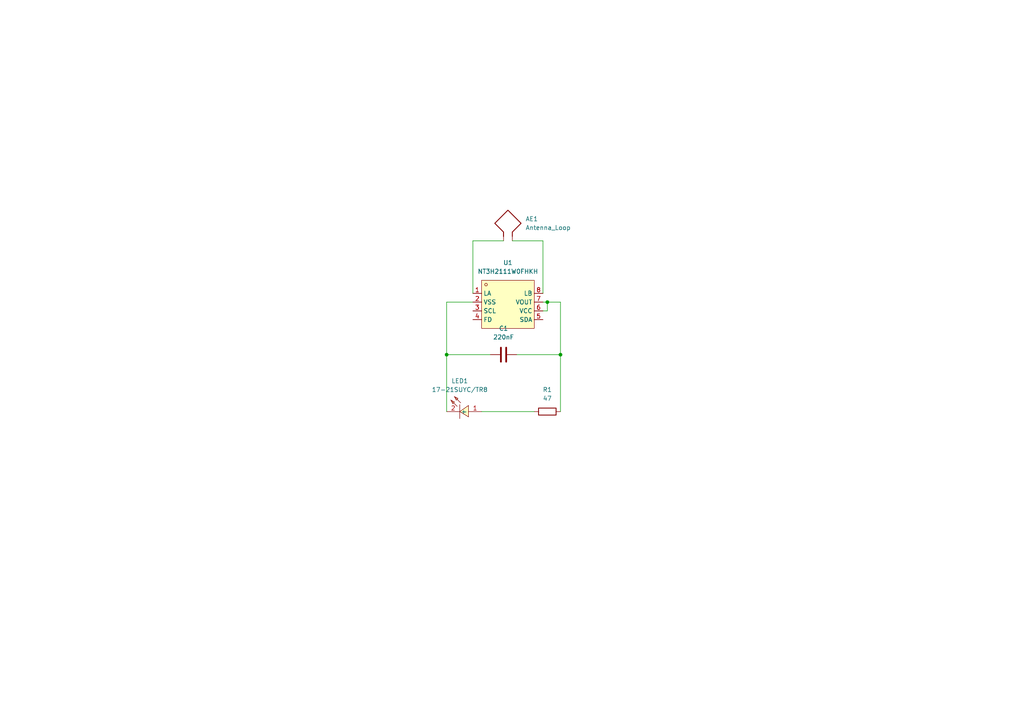
<source format=kicad_sch>
(kicad_sch (version 20231120) (generator "eeschema") (generator_version "8.0")
  (paper "A4")
  (lib_symbols
    (symbol "Device:Antenna_Loop" (pin_numbers hide) (pin_names (offset 1.016) hide)
      (property "Reference" "AE" (at 1.27 6.35 0))
      (property "Value" "Antenna_Loop" (at 1.27 5.08 0))
      (symbol "Antenna_Loop_0_1"
        (polyline (pts (xy 2.54 -3.81) (xy 2.54 -2.54) (xy 5.08 0) (xy 1.27 3.81) (xy -2.54 0) (xy 0 -2.54) (xy 0 -3.81)) (stroke (width 0.254)))
      )
      (symbol "Antenna_Loop_1_1"
        (pin input line (at 0 -5.08 90) (length 2.54) (name "~") (number "1"))
        (pin input line (at 2.54 -5.08 90) (length 2.54) (name "~") (number "2"))
      )
    )
    (symbol "Device:C" (pin_numbers hide) (pin_names (offset 0.254))
      (property "Reference" "C" (at 0.635 2.54 0))
      (property "Value" "C" (at 0.635 -2.54 0))
      (symbol "C_0_1"
        (polyline (pts (xy -2.032 -0.762) (xy 2.032 -0.762)) (stroke (width 0.508)))
        (polyline (pts (xy -2.032 0.762) (xy 2.032 0.762)) (stroke (width 0.508)))
      )
      (symbol "C_1_1"
        (pin passive line (at 0 3.81 270) (length 2.794) (name "~") (number "1"))
        (pin passive line (at 0 -3.81 90) (length 2.794) (name "~") (number "2"))
      )
    )
    (symbol "Device:R" (pin_numbers hide) (pin_names (offset 0))
      (property "Reference" "R" (at 2.032 0 90))
      (property "Value" "R" (at 0 0 90))
      (symbol "R_0_1"
        (rectangle (start -1.016 -2.54) (end 1.016 2.54) (stroke (width 0.254)))
      )
      (symbol "R_1_1"
        (pin passive line (at 0 3.81 270) (length 1.27) (name "~") (number "1"))
        (pin passive line (at 0 -3.81 90) (length 1.27) (name "~") (number "2"))
      )
    )
    (symbol "easyeda2kicad:17-21SUYC_TR8"
      (property "Reference" "LED" (at 0 5.08 0))
      (property "Value" "17-21SUYC/TR8" (at 0 -5.08 0))
      (symbol "17-21SUYC_TR8_0_1"
        (polyline (pts (xy -2.03 1.52) (xy -3.81 3.3)))
        (polyline (pts (xy -1.27 2.03) (xy -1.27 -2.03)))
        (polyline (pts (xy -1.02 2.54) (xy -2.79 4.32)))
        (polyline (pts (xy -3.81 3.3) (xy -2.79 2.79) (xy -3.3 2.29) (xy -3.81 3.3)) (fill (type background)))
        (polyline (pts (xy -2.79 4.32) (xy -1.78 3.81) (xy -2.29 3.3) (xy -2.79 4.32)) (fill (type background)))
        (polyline (pts (xy 1.27 -1.52) (xy -1.27 0) (xy 1.27 1.78) (xy 1.27 -1.52)) (fill (type background)))
        (pin unspecified line (at 5.08 0 180) (length 3.81) (name "+") (number "1"))
        (pin unspecified line (at -5.08 0 0) (length 3.81) (name "-") (number "2"))
      )
    )
    (symbol "easyeda2kicad:NT3H2111W0FHKH"
      (property "Reference" "U" (at 0 8.89 0))
      (property "Value" "NT3H2111W0FHKH" (at 0 -8.89 0))
      (symbol "NT3H2111W0FHKH_0_1"
        (rectangle (start -7.62 7.62) (end 7.62 -6.35) (fill (type background)))
        (circle (center -6.35 6.35) (radius 0.38))
        (pin unspecified line (at -10.16 3.81 0) (length 2.54) (name "LA") (number "1"))
        (pin unspecified line (at -10.16 1.27 0) (length 2.54) (name "VSS") (number "2"))
        (pin unspecified line (at -10.16 -1.27 0) (length 2.54) (name "SCL") (number "3"))
        (pin unspecified line (at -10.16 -3.81 0) (length 2.54) (name "FD") (number "4"))
        (pin unspecified line (at 10.16 -3.81 180) (length 2.54) (name "SDA") (number "5"))
        (pin unspecified line (at 10.16 -1.27 180) (length 2.54) (name "VCC") (number "6"))
        (pin unspecified line (at 10.16 1.27 180) (length 2.54) (name "VOUT") (number "7"))
        (pin unspecified line (at 10.16 3.81 180) (length 2.54) (name "LB") (number "8"))
      )
    )
  )
  (junction (at 129.54 102.87))
  (junction (at 162.56 102.87))
  (junction (at 158.75 87.63))
  (wire (pts (xy 158.75 90.17) (xy 158.75 87.63)))
  (wire (pts (xy 162.56 87.63) (xy 162.56 102.87)))
  (wire (pts (xy 129.54 102.87) (xy 142.24 102.87)))
  (wire (pts (xy 162.56 119.38) (xy 162.56 102.87)))
  (wire (pts (xy 148.59 69.85) (xy 157.48 69.85)))
  (wire (pts (xy 129.54 87.63) (xy 137.16 87.63)))
  (wire (pts (xy 137.16 69.85) (xy 137.16 85.09)))
  (wire (pts (xy 146.05 69.85) (xy 137.16 69.85)))
  (wire (pts (xy 149.86 102.87) (xy 162.56 102.87)))
  (wire (pts (xy 157.48 87.63) (xy 158.75 87.63)))
  (wire (pts (xy 129.54 102.87) (xy 129.54 87.63)))
  (wire (pts (xy 139.7 119.38) (xy 154.94 119.38)))
  (wire (pts (xy 129.54 119.38) (xy 129.54 102.87)))
  (wire (pts (xy 158.75 87.63) (xy 162.56 87.63)))
  (wire (pts (xy 157.48 90.17) (xy 158.75 90.17)))
  (wire (pts (xy 157.48 69.85) (xy 157.48 85.09)))
  (symbol (lib_id "Device:C") (at 146.05 102.87 90) (unit 1)
    (property "Reference" "C1" (at 146.05 95.25 90))
    (property "Value" "220nF" (at 146.05 97.79 90))
    (property "Footprint" "Capacitor_SMD:C_0603_1608Metric" (effects (hide yes)))
    (property "Description" "Unpolarized capacitor" (effects (hide yes)))
    (property "LCSC" "C21120" (effects (hide yes)))
  )
  (symbol (lib_id "Device:R") (at 158.75 119.38 90) (unit 1)
    (property "Reference" "R1" (at 158.75 113.03 90))
    (property "Value" "47" (at 158.75 115.57 90))
    (property "Footprint" "Resistor_SMD:R_0603_1608Metric" (effects (hide yes)))
    (property "Description" "Resistor" (effects (hide yes)))
    (property "LCSC" "C23182" (effects (hide yes)))
  )
  (symbol (lib_id "Device:Antenna_Loop") (at 146.05 64.77 0) (unit 1)
    (property "Reference" "AE1" (at 152.4 63.4999 0) (effects (justify left)))
    (property "Value" "Antenna_Loop" (at 152.4 66.0399 0) (effects (justify left)))
    (property "Footprint" "nfc_ant:antenna-nfc" (effects (hide yes)))
    (property "Description" "Loop antenna" (effects (hide yes)))
  )
  (symbol (lib_id "easyeda2kicad:17-21SUYC_TR8") (at 134.62 119.38 0) (unit 1)
    (property "Reference" "LED1" (at 133.35 110.49 0))
    (property "Value" "17-21SUYC/TR8" (at 133.35 113.03 0))
    (property "Footprint" "easyeda2kicad:LED0805-R-RD" (effects (hide yes)))
    (property "Datasheet" "https://lcsc.com/product-detail/Light-Emitting-Diodes-LED_Yellow-light-0805-Highlighted_C2296.html" (effects (hide yes)))
    (property "LCSC Part" "C2296" (effects (hide yes)))
  )
  (symbol (lib_id "easyeda2kicad:NT3H2111W0FHKH") (at 147.32 88.9 0) (unit 1)
    (property "Reference" "U1" (at 147.32 76.2 0))
    (property "Value" "NT3H2111W0FHKH" (at 147.32 78.74 0))
    (property "Footprint" "easyeda2kicad:XQFN-8_L1.6-W1.6-P0.50-BL_NT3H2111W0FHKH" (effects (hide yes)))
    (property "LCSC Part" "C710403" (effects (hide yes)))
  )
)
</source>
